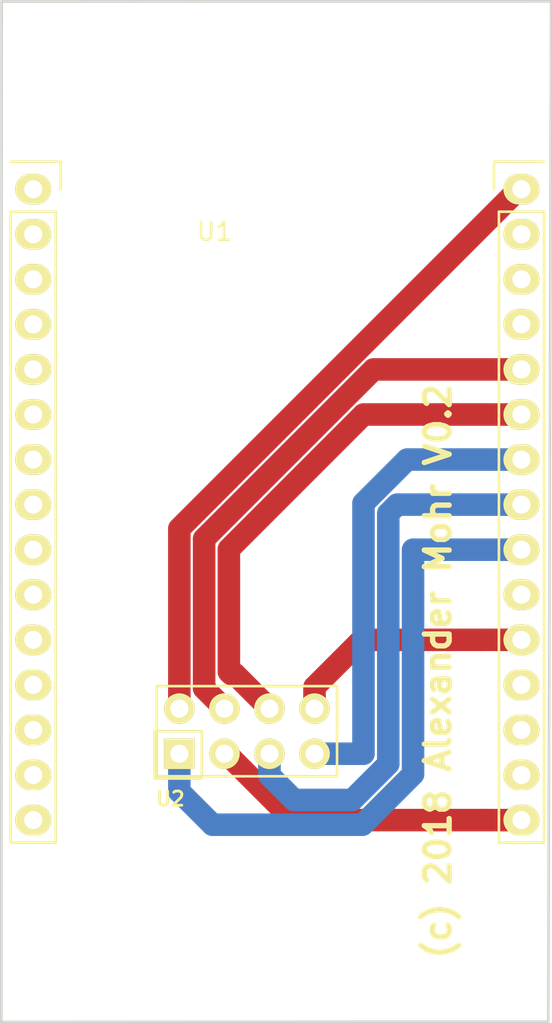
<source format=kicad_pcb>
(kicad_pcb (version 20171130) (host pcbnew "(5.0.0-rc2-dev-482-gf81c77cd4)")

  (general
    (thickness 1.6)
    (drawings 5)
    (tracks 39)
    (zones 0)
    (modules 2)
    (nets 8)
  )

  (page A4)
  (layers
    (0 F.Cu signal)
    (31 B.Cu signal)
    (32 B.Adhes user)
    (33 F.Adhes user)
    (34 B.Paste user)
    (35 F.Paste user)
    (36 B.SilkS user)
    (37 F.SilkS user)
    (38 B.Mask user)
    (39 F.Mask user)
    (40 Dwgs.User user)
    (41 Cmts.User user)
    (42 Eco1.User user)
    (43 Eco2.User user)
    (44 Edge.Cuts user)
    (45 Margin user)
    (46 B.CrtYd user)
    (47 F.CrtYd user)
    (48 B.Fab user)
    (49 F.Fab user)
  )

  (setup
    (last_trace_width 1.27)
    (user_trace_width 1.27)
    (trace_clearance 0.127)
    (zone_clearance 0.508)
    (zone_45_only no)
    (trace_min 0.127)
    (segment_width 0.2)
    (edge_width 0.15)
    (via_size 0.6)
    (via_drill 0.4)
    (via_min_size 0.508)
    (via_min_drill 0.3)
    (uvia_size 0.3)
    (uvia_drill 0.1)
    (uvias_allowed no)
    (uvia_min_size 0.2)
    (uvia_min_drill 0.1)
    (pcb_text_width 0.3)
    (pcb_text_size 1.5 1.5)
    (mod_edge_width 0.15)
    (mod_text_size 1 1)
    (mod_text_width 0.15)
    (pad_size 2.032 1.7272)
    (pad_drill 1.016)
    (pad_to_mask_clearance 0.2)
    (aux_axis_origin 90.2208 61.2394)
    (visible_elements FFFFFFFF)
    (pcbplotparams
      (layerselection 0x010f0_ffffffff)
      (usegerberextensions true)
      (usegerberattributes false)
      (usegerberadvancedattributes false)
      (creategerberjobfile false)
      (excludeedgelayer true)
      (linewidth 0.100000)
      (plotframeref false)
      (viasonmask false)
      (mode 1)
      (useauxorigin false)
      (hpglpennumber 1)
      (hpglpenspeed 20)
      (hpglpendiameter 15)
      (psnegative false)
      (psa4output false)
      (plotreference true)
      (plotvalue true)
      (plotinvisibletext false)
      (padsonsilk false)
      (subtractmaskfromsilk false)
      (outputformat 1)
      (mirror false)
      (drillshape 0)
      (scaleselection 1)
      (outputdirectory plot/))
  )

  (net 0 "")
  (net 1 "Net-(U1-Pad30)")
  (net 2 "Net-(U1-Pad24)")
  (net 3 "Net-(U1-Pad16)")
  (net 4 "Net-(U1-Pad22)")
  (net 5 "Net-(U1-Pad23)")
  (net 6 "Net-(U1-Pad21)")
  (net 7 "Net-(U1-Pad20)")

  (net_class Default "This is the default net class."
    (clearance 0.127)
    (trace_width 0.25)
    (via_dia 0.6)
    (via_drill 0.4)
    (uvia_dia 0.3)
    (uvia_drill 0.1)
    (add_net "Net-(U1-Pad16)")
    (add_net "Net-(U1-Pad20)")
    (add_net "Net-(U1-Pad21)")
    (add_net "Net-(U1-Pad22)")
    (add_net "Net-(U1-Pad23)")
    (add_net "Net-(U1-Pad24)")
    (add_net "Net-(U1-Pad30)")
  )

  (net_class 1.27mm ""
    (clearance 0.127)
    (trace_width 1.27)
    (via_dia 0.6)
    (via_drill 0.4)
    (uvia_dia 0.3)
    (uvia_drill 0.1)
  )

  (module nodemcu:NodeMCU_personal (layer F.Cu) (tedit 5B634297) (tstamp 5B64353F)
    (at 20.5704 20.2896)
    (descr "Through-hole-mounted NodeMCU 0.9")
    (tags nodemcu)
    (path /5B2FAF02)
    (fp_text reference U1 (at 11.43 12.68) (layer F.SilkS)
      (effects (font (size 1 1) (thickness 0.15)))
    )
    (fp_text value NodeMCU_Amica_R2 (at 15.158476 14.777999 90) (layer F.Fab)
      (effects (font (size 2 2) (thickness 0.15)))
    )
    (fp_line (start 27.2155 8.737) (end 29.9974 8.7376) (layer F.SilkS) (width 0.15))
    (fp_line (start 27.1774 10.287) (end 27.1774 8.737) (layer F.SilkS) (width 0.15))
    (fp_line (start 29.9974 11.557) (end 27.4574 11.557) (layer F.SilkS) (width 0.15))
    (fp_line (start 27.4574 11.557) (end 27.4574 47.117) (layer F.SilkS) (width 0.15))
    (fp_line (start 27.4574 47.117) (end 29.9974 47.117) (layer F.SilkS) (width 0.15))
    (fp_line (start 29.9974 47.117) (end 29.9974 11.557) (layer F.SilkS) (width 0.15))
    (fp_line (start 18 51) (end 18 56) (layer F.CrtYd) (width 0.15))
    (fp_line (start 11 51) (end 18 51) (layer F.CrtYd) (width 0.15))
    (fp_line (start 11 56) (end 11 51) (layer F.CrtYd) (width 0.15))
    (fp_line (start -0.0635 0) (end -0.0635 56) (layer F.CrtYd) (width 0.15))
    (fp_line (start 0 56) (end 30 56) (layer F.CrtYd) (width 0.15))
    (fp_line (start 30 0) (end 30 56) (layer F.CrtYd) (width 0.15))
    (fp_line (start 0 0) (end 30 0) (layer F.CrtYd) (width 0.15))
    (fp_line (start -0.0635 11.557) (end -0.0635 47.117) (layer F.SilkS) (width 0.15))
    (fp_line (start -0.0635 47.117) (end 2.4765 47.117) (layer F.SilkS) (width 0.15))
    (fp_line (start 2.4765 47.117) (end 2.4765 11.557) (layer F.SilkS) (width 0.15))
    (fp_line (start 2.7565 8.737) (end 2.7565 10.287) (layer F.SilkS) (width 0.15))
    (fp_line (start 2.4765 11.557) (end -0.0635 11.557) (layer F.SilkS) (width 0.15))
    (fp_line (start -0.0762 8.7376) (end 2.7565 8.737) (layer F.SilkS) (width 0.15))
    (pad "" np_thru_hole circle (at 27.94 2.032) (size 3.2 3.2) (drill 3.2) (layers *.Cu *.Mask))
    (pad 30 thru_hole oval (at 28.7274 45.847) (size 2.032 1.7272) (drill 1.016) (layers *.Cu *.Mask F.SilkS)
      (net 1 "Net-(U1-Pad30)"))
    (pad 29 thru_hole oval (at 28.7274 43.307) (size 2.032 1.7272) (drill 1.016) (layers *.Cu *.Mask F.SilkS))
    (pad 28 thru_hole oval (at 28.7274 40.767) (size 2.032 1.7272) (drill 1.016) (layers *.Cu *.Mask F.SilkS))
    (pad 27 thru_hole oval (at 28.7274 38.227) (size 2.032 1.7272) (drill 1.016) (layers *.Cu *.Mask F.SilkS))
    (pad 26 thru_hole oval (at 28.7274 35.687) (size 2.032 1.7272) (drill 1.016) (layers *.Cu *.Mask F.SilkS))
    (pad 25 thru_hole oval (at 28.7274 33.147) (size 2.032 1.7272) (drill 1.016) (layers *.Cu *.Mask F.SilkS))
    (pad 24 thru_hole oval (at 28.7274 30.607) (size 2.032 1.7272) (drill 1.016) (layers *.Cu *.Mask F.SilkS)
      (net 2 "Net-(U1-Pad24)"))
    (pad 23 thru_hole oval (at 28.7274 28.067) (size 2.032 1.7272) (drill 1.016) (layers *.Cu *.Mask F.SilkS)
      (net 5 "Net-(U1-Pad23)"))
    (pad 22 thru_hole oval (at 28.7274 25.527) (size 2.032 1.7272) (drill 1.016) (layers *.Cu *.Mask F.SilkS)
      (net 4 "Net-(U1-Pad22)"))
    (pad 21 thru_hole oval (at 28.7274 22.987) (size 2.032 1.7272) (drill 1.016) (layers *.Cu *.Mask F.SilkS)
      (net 6 "Net-(U1-Pad21)"))
    (pad 20 thru_hole oval (at 28.7274 20.447) (size 2.032 1.7272) (drill 1.016) (layers *.Cu *.Mask F.SilkS)
      (net 7 "Net-(U1-Pad20)"))
    (pad 19 thru_hole oval (at 28.7274 17.907) (size 2.032 1.7272) (drill 1.016) (layers *.Cu *.Mask F.SilkS))
    (pad 18 thru_hole oval (at 28.7274 15.367) (size 2.032 1.7272) (drill 1.016) (layers *.Cu *.Mask F.SilkS))
    (pad 17 thru_hole oval (at 28.7274 12.827) (size 2.032 1.7272) (drill 1.016) (layers *.Cu *.Mask F.SilkS))
    (pad 16 thru_hole oval (at 28.7274 10.287) (size 2.032 1.7272) (drill 1.016) (layers *.Cu *.Mask F.SilkS)
      (net 3 "Net-(U1-Pad16)"))
    (pad 1 thru_hole oval (at 1.2065 10.287) (size 2.032 1.7272) (drill 1.016) (layers *.Cu *.Mask F.SilkS))
    (pad 2 thru_hole oval (at 1.2065 12.827) (size 2.032 1.7272) (drill 1.016) (layers *.Cu *.Mask F.SilkS))
    (pad 3 thru_hole oval (at 1.2065 15.367) (size 2.032 1.7272) (drill 1.016) (layers *.Cu *.Mask F.SilkS))
    (pad 4 thru_hole oval (at 1.2065 17.907) (size 2.032 1.7272) (drill 1.016) (layers *.Cu *.Mask F.SilkS))
    (pad 5 thru_hole oval (at 1.2065 20.447) (size 2.032 1.7272) (drill 1.016) (layers *.Cu *.Mask F.SilkS))
    (pad 6 thru_hole oval (at 1.2065 22.987) (size 2.032 1.7272) (drill 1.016) (layers *.Cu *.Mask F.SilkS))
    (pad 7 thru_hole oval (at 1.2065 25.527) (size 2.032 1.7272) (drill 1.016) (layers *.Cu *.Mask F.SilkS))
    (pad 8 thru_hole oval (at 1.2065 28.067) (size 2.032 1.7272) (drill 1.016) (layers *.Cu *.Mask F.SilkS))
    (pad 9 thru_hole oval (at 1.2065 30.607) (size 2.032 1.7272) (drill 1.016) (layers *.Cu *.Mask F.SilkS))
    (pad 10 thru_hole oval (at 1.2065 33.147) (size 2.032 1.7272) (drill 1.016) (layers *.Cu *.Mask F.SilkS))
    (pad 11 thru_hole oval (at 1.2065 35.687) (size 2.032 1.7272) (drill 1.016) (layers *.Cu *.Mask F.SilkS))
    (pad 12 thru_hole oval (at 1.2065 38.227) (size 2.032 1.7272) (drill 1.016) (layers *.Cu *.Mask F.SilkS))
    (pad 13 thru_hole oval (at 1.2065 40.767) (size 2.032 1.7272) (drill 1.016) (layers *.Cu *.Mask F.SilkS))
    (pad 14 thru_hole oval (at 1.2065 43.307) (size 2.032 1.7272) (drill 1.016) (layers *.Cu *.Mask F.SilkS))
    (pad 15 thru_hole oval (at 1.2065 45.847) (size 2.032 1.7272) (drill 1.016) (layers *.Cu *.Mask F.SilkS))
    (pad "" np_thru_hole circle (at 1.8796 54.0004) (size 3.2 3.2) (drill 3.2) (layers *.Cu *.Mask))
    (pad "" np_thru_hole circle (at 28.0416 54.0512) (size 3.2 3.2) (drill 3.2) (layers *.Cu *.Mask))
    (pad "" np_thru_hole circle (at 1.8796 1.9304) (size 3.2 3.2) (drill 3.2) (layers *.Cu *.Mask))
  )

  (module mysensors_radios:NRF24L01 (layer F.Cu) (tedit 5587F36C) (tstamp 5B642F97)
    (at 28.49 63.92 180)
    (descr NRF24L01)
    (tags "nRF 24 NRF24L01 NRF24L01+")
    (path /5B2FAF9E)
    (fp_text reference U2 (at -1.016 -1.016 180) (layer F.SilkS)
      (effects (font (size 0.8 0.8) (thickness 0.16)))
    )
    (fp_text value nRF24L01+ (at -8.382 7.112 180) (layer F.Fab) hide
      (effects (font (size 0.8 0.8) (thickness 0.16)))
    )
    (fp_line (start -15.25 28.8) (end 0 28.8) (layer F.CrtYd) (width 0.15))
    (fp_line (start 0 28.8) (end 0 0) (layer F.CrtYd) (width 0.15))
    (fp_line (start 0 0) (end -15.25 0) (layer F.CrtYd) (width 0.15))
    (fp_line (start -15.25 0) (end -15.25 28.8) (layer F.CrtYd) (width 0.15))
    (fp_line (start -2.794 0.127) (end -0.127 0.127) (layer F.SilkS) (width 0.15))
    (fp_line (start -0.127 0.127) (end -0.127 2.794) (layer F.SilkS) (width 0.15))
    (fp_line (start 0 0) (end -15.25 0) (layer B.CrtYd) (width 0.15))
    (fp_line (start -15.25 0) (end -15.25 28.8) (layer B.CrtYd) (width 0.15))
    (fp_line (start -15.25 28.8) (end 0 28.8) (layer B.CrtYd) (width 0.15))
    (fp_line (start 0 28.8) (end 0 0) (layer B.CrtYd) (width 0.15))
    (fp_line (start -7.874 0.254) (end -10.414 0.254) (layer F.SilkS) (width 0.15))
    (fp_line (start -10.414 0.254) (end -10.414 2.794) (layer F.SilkS) (width 0.15))
    (fp_line (start -2.794 0.254) (end -2.794 2.794) (layer F.SilkS) (width 0.15))
    (fp_line (start -2.794 2.794) (end -0.254 2.794) (layer F.SilkS) (width 0.15))
    (fp_line (start -10.894 -0.226) (end -10.894 5.824) (layer F.CrtYd) (width 0.05))
    (fp_line (start 0.256 -0.226) (end 0.256 5.824) (layer F.CrtYd) (width 0.05))
    (fp_line (start -10.894 -0.226) (end 0.256 -0.226) (layer F.CrtYd) (width 0.05))
    (fp_line (start -10.894 5.824) (end 0.256 5.824) (layer F.CrtYd) (width 0.05))
    (fp_line (start -7.874 0.254) (end -0.254 0.254) (layer F.SilkS) (width 0.15))
    (fp_line (start -0.254 0.254) (end -0.254 5.334) (layer F.SilkS) (width 0.15))
    (fp_line (start -0.254 5.334) (end -10.414 5.334) (layer F.SilkS) (width 0.15))
    (fp_line (start -10.414 5.334) (end -10.414 2.794) (layer F.SilkS) (width 0.15))
    (pad 7 thru_hole oval (at -9.144 1.524 180) (size 1.7272 1.7272) (drill 1.016) (layers *.Cu *.Mask F.SilkS)
      (net 4 "Net-(U1-Pad22)"))
    (pad 8 thru_hole oval (at -9.144 4.064 180) (size 1.7272 1.7272) (drill 1.016) (layers *.Cu *.Mask F.SilkS))
    (pad 5 thru_hole oval (at -6.604 1.524 180) (size 1.7272 1.7272) (drill 1.016) (layers *.Cu *.Mask F.SilkS)
      (net 5 "Net-(U1-Pad23)"))
    (pad 6 thru_hole oval (at -6.604 4.064 180) (size 1.7272 1.7272) (drill 1.016) (layers *.Cu *.Mask F.SilkS)
      (net 6 "Net-(U1-Pad21)"))
    (pad 3 thru_hole oval (at -4.064 1.524 180) (size 1.7272 1.7272) (drill 1.016) (layers *.Cu *.Mask F.SilkS)
      (net 1 "Net-(U1-Pad30)"))
    (pad 4 thru_hole oval (at -4.064 4.064 180) (size 1.7272 1.7272) (drill 1.016) (layers *.Cu *.Mask F.SilkS)
      (net 7 "Net-(U1-Pad20)"))
    (pad 1 thru_hole rect (at -1.524 1.524 180) (size 1.7272 1.7272) (drill 1.016) (layers *.Cu *.Mask F.SilkS)
      (net 2 "Net-(U1-Pad24)"))
    (pad 2 thru_hole oval (at -1.524 4.064 180) (size 1.7272 1.7272) (drill 1.016) (layers *.Cu *.Mask F.SilkS)
      (net 3 "Net-(U1-Pad16)"))
    (model Socket_Strips.3dshapes/Socket_Strip_Straight_2x04_Pitch2.54mm.wrl
      (offset (xyz -5.333999919891357 -2.79399995803833 0))
      (scale (xyz 1 1 1))
      (rotate (xyz 0 0 0))
    )
    (model Pin_Headers.3dshapes/Pin_Header_Straight_2x04_Pitch2.54mm.wrl
      (offset (xyz -1.600199975967407 -4.038599939346313 11.22679983139038))
      (scale (xyz 1 1 1))
      (rotate (xyz 0 180 90))
    )
    (model ${MYSLOCAL}/mysensors.3dshapes/mysensors_radios.3dshapes/nrf24l01.wrl
      (offset (xyz -7.619999885559082 -14.40179978370666 12.06499981880188))
      (scale (xyz 0.395 0.395 0.395))
      (rotate (xyz 0 0 0))
    )
    (model Housings_DFN_QFN.3dshapes/QFN-20-1EP_4x4mm_Pitch0.5mm.wrl
      (offset (xyz -5.58799991607666 -12.95399980545044 12.92859980583191))
      (scale (xyz 1 1 1))
      (rotate (xyz 0 0 0))
    )
    (model ${MYSLOCAL}/mysensors.3dshapes/w.lain.3dshapes/crystal/crystal_hc-49s.wrl
      (offset (xyz -12.69999980926514 -12.06499981880188 12.95399980545044))
      (scale (xyz 1 1 1))
      (rotate (xyz 0 0 90))
    )
  )

  (gr_text "(c) 2018 Alexander Mohr V0.2\n" (at 44.59 57.75 90) (layer F.SilkS)
    (effects (font (size 1.4 1.4) (thickness 0.3)))
  )
  (gr_line (start 50.97 19.99) (end 50.81 77.5) (angle 90) (layer Edge.Cuts) (width 0.15) (tstamp 5AFCC2C3))
  (gr_line (start 20 20) (end 19.98 77.51) (angle 90) (layer Edge.Cuts) (width 0.15))
  (gr_line (start 20 20) (end 50.97 19.99) (angle 90) (layer Edge.Cuts) (width 0.15))
  (gr_line (start 19.98 77.51) (end 50.81 77.5) (angle 90) (layer Edge.Cuts) (width 0.15))

  (segment (start 36.42871 66.1366) (end 47.0118 66.1366) (width 1.27) (layer F.Cu) (net 1))
  (segment (start 47.0118 66.1366) (end 49.2978 66.1366) (width 1.27) (layer F.Cu) (net 1))
  (segment (start 32.68811 62.396) (end 36.42871 66.1366) (width 1.27) (layer F.Cu) (net 1))
  (segment (start 32.554 62.396) (end 32.68811 62.396) (width 1.27) (layer F.Cu) (net 1))
  (segment (start 49.1454 30.5766) (end 49.2978 30.5766) (width 1.27) (layer F.Cu) (net 3))
  (segment (start 30.014 49.708) (end 49.1454 30.5766) (width 1.27) (layer F.Cu) (net 3))
  (segment (start 30.014 59.856) (end 30.014 49.708) (width 1.27) (layer F.Cu) (net 3))
  (segment (start 40.39674 43.2766) (end 49.2978 43.2766) (width 1.27) (layer F.Cu) (net 6))
  (segment (start 32.80802 50.86532) (end 40.39674 43.2766) (width 1.27) (layer F.Cu) (net 6))
  (segment (start 32.80802 57.77802) (end 32.80802 50.86532) (width 1.27) (layer F.Cu) (net 6))
  (segment (start 32.93 57.9) (end 32.80802 57.77802) (width 1.27) (layer F.Cu) (net 6))
  (segment (start 35.094 59.856) (end 33.138 57.9) (width 1.27) (layer F.Cu) (net 6))
  (segment (start 33.138 57.9) (end 32.93 57.9) (width 1.27) (layer F.Cu) (net 6))
  (segment (start 31.41101 58.71301) (end 31.41101 50.28666) (width 1.27) (layer F.Cu) (net 7))
  (segment (start 32.554 59.856) (end 31.41101 58.71301) (width 1.27) (layer F.Cu) (net 7))
  (segment (start 40.96107 40.7366) (end 49.2978 40.7366) (width 1.27) (layer F.Cu) (net 7))
  (segment (start 31.41101 50.28666) (end 40.96107 40.7366) (width 1.27) (layer F.Cu) (net 7))
  (segment (start 40.292086 55.9766) (end 47.0118 55.9766) (width 1.27) (layer F.Cu) (net 0))
  (segment (start 37.634 58.634686) (end 40.292086 55.9766) (width 1.27) (layer F.Cu) (net 0))
  (segment (start 47.0118 55.9766) (end 49.2978 55.9766) (width 1.27) (layer F.Cu) (net 0))
  (segment (start 37.634 59.856) (end 37.634 58.634686) (width 1.27) (layer F.Cu) (net 0))
  (segment (start 30.014 64.5296) (end 31.88141 66.39701) (width 1.27) (layer B.Cu) (net 2))
  (segment (start 30.014 62.396) (end 30.014 64.5296) (width 1.27) (layer B.Cu) (net 2))
  (segment (start 40.344331 66.397009) (end 43.18802 63.55332) (width 1.27) (layer B.Cu) (net 2))
  (segment (start 43.19142 50.8966) (end 49.2978 50.8966) (width 1.27) (layer B.Cu) (net 2))
  (segment (start 43.18802 63.55332) (end 43.18802 50.9) (width 1.27) (layer B.Cu) (net 2))
  (segment (start 43.18802 50.9) (end 43.19142 50.8966) (width 1.27) (layer B.Cu) (net 2))
  (segment (start 31.88141 66.39701) (end 40.344331 66.397009) (width 1.27) (layer B.Cu) (net 2))
  (segment (start 42.8534 45.8166) (end 49.2978 45.8166) (width 1.27) (layer B.Cu) (net 4))
  (segment (start 40.394 48.276) (end 42.8534 45.8166) (width 1.27) (layer B.Cu) (net 4))
  (segment (start 37.634 62.396) (end 40.394 62.396) (width 1.27) (layer B.Cu) (net 4))
  (segment (start 40.394 62.396) (end 40.394 48.276) (width 1.27) (layer B.Cu) (net 4))
  (segment (start 42.28907 48.3566) (end 49.2978 48.3566) (width 1.27) (layer B.Cu) (net 5))
  (segment (start 36.476686 65) (end 39.76567 65) (width 1.27) (layer B.Cu) (net 5))
  (segment (start 35.094 62.396) (end 35.094 63.617314) (width 1.27) (layer B.Cu) (net 5))
  (segment (start 35.094 63.617314) (end 36.476686 65) (width 1.27) (layer B.Cu) (net 5))
  (segment (start 41.79101 62.97466) (end 41.79101 48.85466) (width 1.27) (layer B.Cu) (net 5))
  (segment (start 39.76567 65) (end 41.79101 62.97466) (width 1.27) (layer B.Cu) (net 5))
  (segment (start 41.79101 48.85466) (end 42.28907 48.3566) (width 1.27) (layer B.Cu) (net 5))

)

</source>
